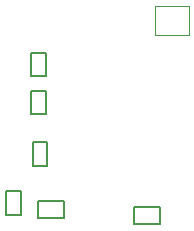
<source format=gbr>
G04*
G04 #@! TF.GenerationSoftware,Altium Limited,Altium Designer,23.3.1 (30)*
G04*
G04 Layer_Color=8388736*
%FSLAX25Y25*%
%MOIN*%
G70*
G04*
G04 #@! TF.SameCoordinates,9E9A1B20-5B00-4279-B210-449FD35A5861*
G04*
G04*
G04 #@! TF.FilePolarity,Positive*
G04*
G01*
G75*
%ADD10C,0.00787*%
%ADD11C,0.00394*%
D10*
X198880Y222782D02*
X207542D01*
X198880D02*
Y228490D01*
X207542D01*
Y222782D02*
Y228490D01*
X156027Y225895D02*
X160948D01*
Y233769D01*
X156027D02*
X160948D01*
X156027Y225895D02*
Y233769D01*
X164976Y250146D02*
X169897D01*
X164976Y242271D02*
Y250146D01*
Y242271D02*
X169897D01*
Y250146D01*
X164577Y267350D02*
X169499D01*
X164577Y259476D02*
Y267350D01*
Y259476D02*
X169499D01*
Y267350D01*
X164509Y272132D02*
X169430D01*
Y280006D01*
X164509D02*
X169430D01*
X164509Y272132D02*
Y280006D01*
X166631Y224774D02*
Y230483D01*
Y224774D02*
X175293D01*
Y230483D01*
X166631D02*
X175293D01*
D11*
X205602Y295567D02*
X217020D01*
Y285724D02*
Y295567D01*
X205602Y285724D02*
X217020D01*
X205602D02*
Y295567D01*
M02*

</source>
